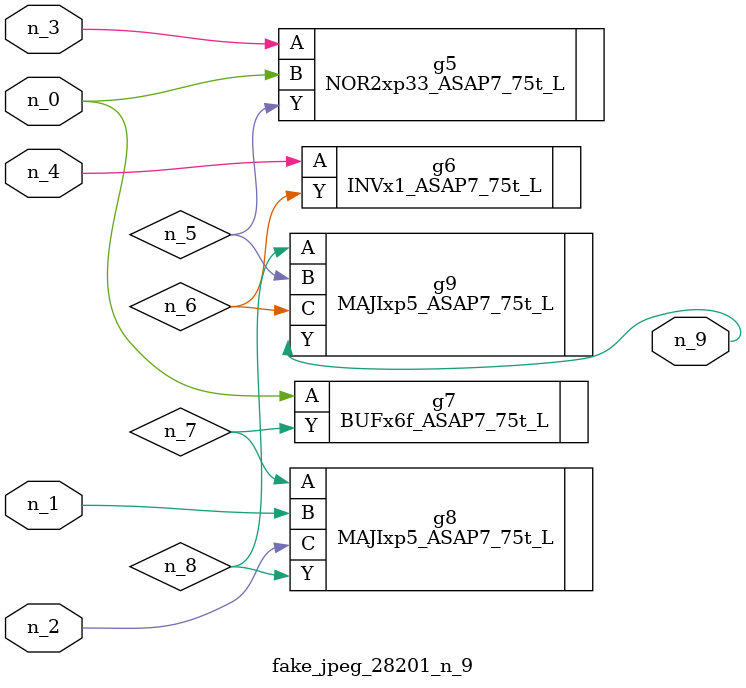
<source format=v>
module fake_jpeg_28201_n_9 (n_3, n_2, n_1, n_0, n_4, n_9);

input n_3;
input n_2;
input n_1;
input n_0;
input n_4;

output n_9;

wire n_8;
wire n_6;
wire n_5;
wire n_7;

NOR2xp33_ASAP7_75t_L g5 ( 
.A(n_3),
.B(n_0),
.Y(n_5)
);

INVx1_ASAP7_75t_L g6 ( 
.A(n_4),
.Y(n_6)
);

BUFx6f_ASAP7_75t_L g7 ( 
.A(n_0),
.Y(n_7)
);

MAJIxp5_ASAP7_75t_L g8 ( 
.A(n_7),
.B(n_1),
.C(n_2),
.Y(n_8)
);

MAJIxp5_ASAP7_75t_L g9 ( 
.A(n_8),
.B(n_5),
.C(n_6),
.Y(n_9)
);


endmodule
</source>
